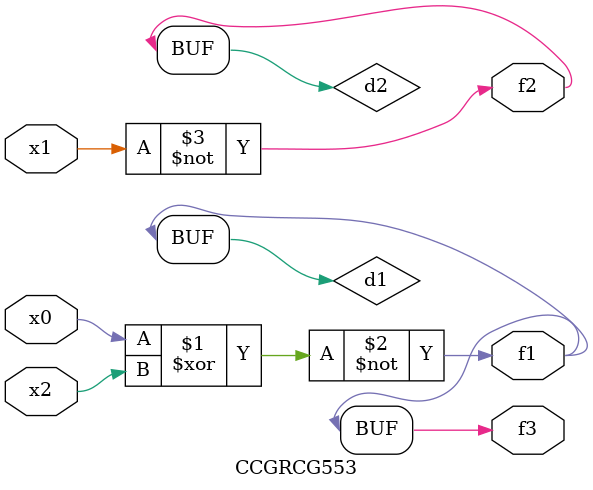
<source format=v>
module CCGRCG553(
	input x0, x1, x2,
	output f1, f2, f3
);

	wire d1, d2, d3;

	xnor (d1, x0, x2);
	nand (d2, x1);
	nor (d3, x1, x2);
	assign f1 = d1;
	assign f2 = d2;
	assign f3 = d1;
endmodule

</source>
